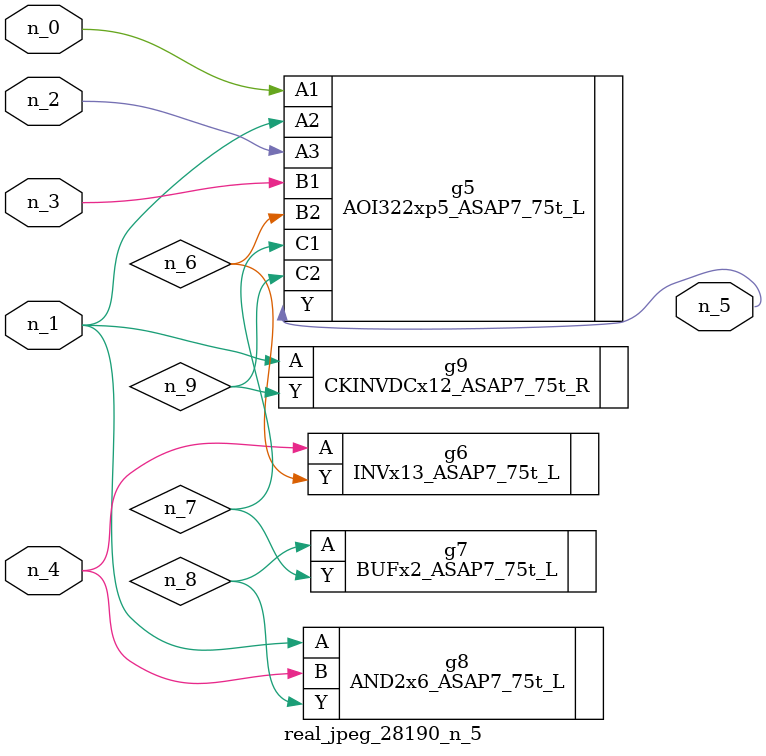
<source format=v>
module real_jpeg_28190_n_5 (n_4, n_0, n_1, n_2, n_3, n_5);

input n_4;
input n_0;
input n_1;
input n_2;
input n_3;

output n_5;

wire n_8;
wire n_6;
wire n_7;
wire n_9;

AOI322xp5_ASAP7_75t_L g5 ( 
.A1(n_0),
.A2(n_1),
.A3(n_2),
.B1(n_3),
.B2(n_6),
.C1(n_7),
.C2(n_9),
.Y(n_5)
);

AND2x6_ASAP7_75t_L g8 ( 
.A(n_1),
.B(n_4),
.Y(n_8)
);

CKINVDCx12_ASAP7_75t_R g9 ( 
.A(n_1),
.Y(n_9)
);

INVx13_ASAP7_75t_L g6 ( 
.A(n_4),
.Y(n_6)
);

BUFx2_ASAP7_75t_L g7 ( 
.A(n_8),
.Y(n_7)
);


endmodule
</source>
